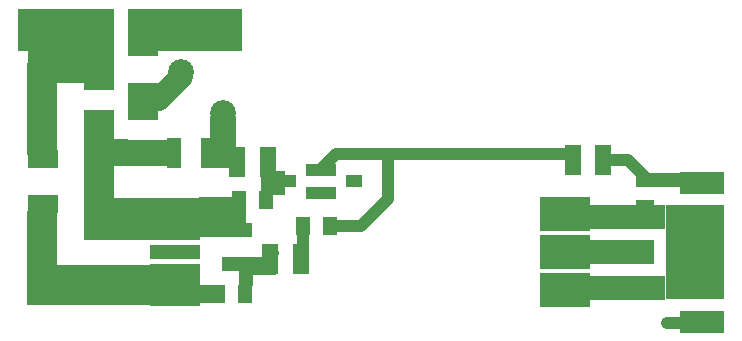
<source format=gbr>
G04 EAGLE Gerber RS-274X export*
G75*
%MOMM*%
%FSLAX34Y34*%
%LPD*%
%INTop Copper*%
%IPPOS*%
%AMOC8*
5,1,8,0,0,1.08239X$1,22.5*%
G01*
%ADD10R,2.250000X4.375000*%
%ADD11R,3.750000X1.250000*%
%ADD12R,2.500000X1.000000*%
%ADD13R,2.500000X0.750000*%
%ADD14R,2.500000X1.625000*%
%ADD15R,5.000000X1.500000*%
%ADD16R,2.500000X4.125000*%
%ADD17R,8.125000X3.625000*%
%ADD18R,9.625000X3.625000*%
%ADD19R,2.300000X1.300000*%
%ADD20R,2.500000X8.450000*%
%ADD21R,7.750000X3.600000*%
%ADD22R,5.500000X1.250000*%
%ADD23R,1.750000X1.500000*%
%ADD24R,1.250000X1.500000*%
%ADD25R,4.250000X2.250000*%
%ADD26R,3.375000X1.500000*%
%ADD27R,3.500000X1.250000*%
%ADD28R,0.500000X0.750000*%
%ADD29R,0.500000X1.500000*%
%ADD30R,2.500000X7.750000*%
%ADD31R,11.000000X3.500000*%
%ADD32R,2.500000X5.250000*%
%ADD33R,2.750000X0.500000*%
%ADD34R,5.500000X1.500000*%
%ADD35R,1.125000X1.000000*%
%ADD36R,2.125000X2.000000*%
%ADD37R,1.397000X2.590800*%
%ADD38R,4.300000X3.640000*%
%ADD39R,4.300000X1.240000*%
%ADD40R,4.300000X2.840000*%
%ADD41R,6.000000X2.000000*%
%ADD42R,2.000000X2.000000*%
%ADD43R,7.000000X2.000000*%
%ADD44R,5.000000X8.000000*%
%ADD45R,1.400000X1.000000*%
%ADD46R,1.270000X2.540000*%
%ADD47C,2.184400*%
%ADD48R,2.540000X1.270000*%
%ADD49R,3.810000X1.905000*%
%ADD50R,1.524000X1.270000*%
%ADD51R,1.270000X1.524000*%
%ADD52R,2.540000X1.524000*%
%ADD53C,1.000000*%
%ADD54C,1.270000*%
%ADD55C,0.906400*%
%ADD56C,1.016000*%
%ADD57C,2.000000*%
%ADD58C,0.756400*%


D10*
X40500Y93125D03*
D11*
X-58250Y90000D03*
D12*
X-64500Y98750D03*
D13*
X-64500Y106250D03*
D14*
X-27000Y130625D03*
D15*
X-77000Y151250D03*
D16*
X-64500Y158125D03*
D17*
X-92625Y188375D03*
D18*
X8625Y188375D03*
D19*
X-7500Y89500D03*
D20*
X-64500Y55250D03*
D21*
X-38250Y28000D03*
D22*
X-27500Y78750D03*
D23*
X26250Y-35000D03*
D24*
X60000Y-21250D03*
D25*
X36250Y23750D03*
D26*
X36875Y38750D03*
D27*
X418750Y61250D03*
D14*
X72500Y-11875D03*
D28*
X55000Y36250D03*
D29*
X57500Y30000D03*
D30*
X-112500Y121250D03*
D31*
X-70000Y-27500D03*
D32*
X-112500Y8750D03*
D33*
X-88750Y157500D03*
D34*
X-97500Y165000D03*
D35*
X108125Y11250D03*
D36*
X83125Y58750D03*
D37*
X362670Y78308D03*
X336666Y78308D03*
D38*
X250Y28000D03*
X250Y-28000D03*
D39*
X250Y0D03*
D40*
X330250Y32000D03*
X330250Y0D03*
X330250Y-32000D03*
D41*
X375250Y0D03*
D42*
X395250Y0D03*
D43*
X380250Y-30000D03*
X380250Y30000D03*
D44*
X440250Y0D03*
X440250Y0D03*
D45*
X95350Y60050D03*
X117350Y69550D03*
X117350Y50550D03*
X151100Y60050D03*
X129100Y50550D03*
X129100Y69550D03*
D46*
X28038Y84250D03*
X-538Y84250D03*
D47*
X5097Y152903D03*
X40403Y117597D03*
D37*
X106752Y-6000D03*
X80748Y-6000D03*
D48*
X52150Y-9588D03*
X52150Y18988D03*
D49*
X-88000Y190500D03*
X2000Y187250D03*
X446250Y58750D03*
D37*
X78302Y76800D03*
X52298Y76800D03*
D50*
X397500Y38570D03*
X397500Y61430D03*
D51*
X36770Y-35150D03*
X59630Y-35150D03*
X108570Y22250D03*
X131430Y22250D03*
D48*
X-26999Y89462D03*
X-27000Y118038D03*
X-64551Y143238D03*
X-64550Y114662D03*
D49*
X446250Y-58750D03*
D52*
X-112000Y79050D03*
X-112000Y40950D03*
X-27000Y174050D03*
X-27000Y135950D03*
D51*
X54270Y43900D03*
X77130Y43900D03*
D53*
X336362Y78612D02*
X336666Y78308D01*
X336362Y78612D02*
X336250Y81250D01*
X122405Y69550D02*
X117350Y69550D01*
X331666Y83308D02*
X336666Y78308D01*
X331666Y83308D02*
X180000Y83308D01*
X169137Y83308D01*
X169163Y83282D01*
X136137Y83282D01*
X122405Y69550D01*
X180000Y83308D02*
X180000Y45000D01*
X157250Y22250D02*
X131430Y22250D01*
X157250Y22250D02*
X180000Y45000D01*
D54*
X438750Y60000D02*
X446250Y58750D01*
X438750Y60000D02*
X436250Y61250D01*
D55*
X415000Y61250D03*
D53*
X383590Y78308D02*
X362670Y78308D01*
X383590Y78308D02*
X400468Y61430D01*
D56*
X82748Y-1002D02*
X80748Y-6000D01*
X250Y22713D02*
X250Y28000D01*
D57*
X5097Y148347D02*
X5097Y152903D01*
X-13250Y130000D02*
X-28250Y130000D01*
X-13250Y130000D02*
X5097Y148347D01*
D56*
X416250Y-60000D02*
X447500Y-60000D01*
D55*
X416250Y-60000D03*
D58*
X-73250Y90000D03*
X-53250Y90000D03*
X-63250Y90000D03*
M02*

</source>
